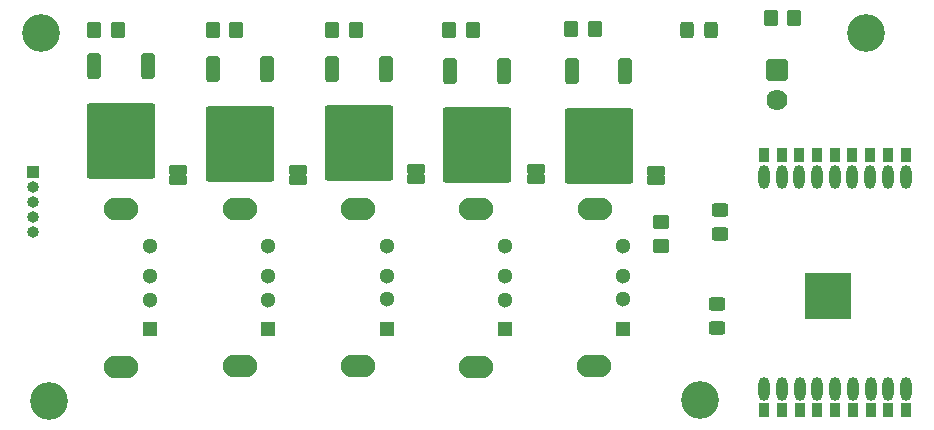
<source format=gbr>
%TF.GenerationSoftware,KiCad,Pcbnew,8.0.4*%
%TF.CreationDate,2025-06-08T15:43:54+10:00*%
%TF.ProjectId,USBPowerBlock,55534250-6f77-4657-9242-6c6f636b2e6b,rev?*%
%TF.SameCoordinates,Original*%
%TF.FileFunction,Soldermask,Top*%
%TF.FilePolarity,Negative*%
%FSLAX46Y46*%
G04 Gerber Fmt 4.6, Leading zero omitted, Abs format (unit mm)*
G04 Created by KiCad (PCBNEW 8.0.4) date 2025-06-08 15:43:54*
%MOMM*%
%LPD*%
G01*
G04 APERTURE LIST*
G04 Aperture macros list*
%AMRoundRect*
0 Rectangle with rounded corners*
0 $1 Rounding radius*
0 $2 $3 $4 $5 $6 $7 $8 $9 X,Y pos of 4 corners*
0 Add a 4 corners polygon primitive as box body*
4,1,4,$2,$3,$4,$5,$6,$7,$8,$9,$2,$3,0*
0 Add four circle primitives for the rounded corners*
1,1,$1+$1,$2,$3*
1,1,$1+$1,$4,$5*
1,1,$1+$1,$6,$7*
1,1,$1+$1,$8,$9*
0 Add four rect primitives between the rounded corners*
20,1,$1+$1,$2,$3,$4,$5,0*
20,1,$1+$1,$4,$5,$6,$7,0*
20,1,$1+$1,$6,$7,$8,$9,0*
20,1,$1+$1,$8,$9,$2,$3,0*%
G04 Aperture macros list end*
%ADD10C,3.200000*%
%ADD11RoundRect,0.101600X-0.635000X0.317500X-0.635000X-0.317500X0.635000X-0.317500X0.635000X0.317500X0*%
%ADD12RoundRect,0.250000X-0.350000X-0.450000X0.350000X-0.450000X0.350000X0.450000X-0.350000X0.450000X0*%
%ADD13RoundRect,0.250000X0.450000X-0.350000X0.450000X0.350000X-0.450000X0.350000X-0.450000X-0.350000X0*%
%ADD14RoundRect,0.102000X0.787500X-0.787500X0.787500X0.787500X-0.787500X0.787500X-0.787500X-0.787500X0*%
%ADD15C,1.779000*%
%ADD16RoundRect,0.250000X-0.325000X-0.450000X0.325000X-0.450000X0.325000X0.450000X-0.325000X0.450000X0*%
%ADD17RoundRect,0.250000X-0.350000X0.850000X-0.350000X-0.850000X0.350000X-0.850000X0.350000X0.850000X0*%
%ADD18RoundRect,0.249997X-2.650003X2.950003X-2.650003X-2.950003X2.650003X-2.950003X2.650003X2.950003X0*%
%ADD19R,1.300000X1.300000*%
%ADD20C,1.300000*%
%ADD21O,2.900000X1.900000*%
%ADD22R,1.000000X1.000000*%
%ADD23O,1.000000X1.000000*%
%ADD24RoundRect,0.250000X0.450000X-0.325000X0.450000X0.325000X-0.450000X0.325000X-0.450000X-0.325000X0*%
%ADD25RoundRect,0.250000X0.350000X0.450000X-0.350000X0.450000X-0.350000X-0.450000X0.350000X-0.450000X0*%
%ADD26R,0.900000X1.300000*%
%ADD27O,0.950000X2.000000*%
%ADD28R,4.000000X4.000000*%
%ADD29RoundRect,0.250000X-0.450000X0.325000X-0.450000X-0.325000X0.450000X-0.325000X0.450000X0.325000X0*%
G04 APERTURE END LIST*
D10*
%TO.C,H3*%
X103890000Y-97480000D03*
%TD*%
D11*
%TO.C,JP1*%
X114790000Y-77953600D03*
X114790000Y-78766400D03*
%TD*%
D10*
%TO.C,H1*%
X173020000Y-66330000D03*
%TD*%
D12*
%TO.C,R5*%
X117720000Y-66100000D03*
X119720000Y-66100000D03*
%TD*%
D13*
%TO.C,R14*%
X155680000Y-84380000D03*
X155680000Y-82380000D03*
%TD*%
D14*
%TO.C,J7*%
X165510000Y-69510000D03*
D15*
X165510000Y-72010000D03*
%TD*%
D16*
%TO.C,D1*%
X157835000Y-66040000D03*
X159885000Y-66040000D03*
%TD*%
D11*
%TO.C,JP3*%
X134950000Y-77877200D03*
X134950000Y-78690000D03*
%TD*%
D17*
%TO.C,Q2*%
X122290000Y-69410000D03*
D18*
X120010000Y-75710000D03*
D17*
X117730000Y-69410000D03*
%TD*%
D12*
%TO.C,R7*%
X127840000Y-66100000D03*
X129840000Y-66100000D03*
%TD*%
D11*
%TO.C,JP5*%
X155240000Y-77983600D03*
X155240000Y-78796400D03*
%TD*%
D19*
%TO.C,J3*%
X132450000Y-91380000D03*
D20*
X132450000Y-88880000D03*
X132450000Y-86880000D03*
X132450000Y-84380000D03*
D21*
X130020000Y-94550000D03*
X130030000Y-81210000D03*
%TD*%
D17*
%TO.C,Q4*%
X142360000Y-69560000D03*
D18*
X140080000Y-75860000D03*
D17*
X137800000Y-69560000D03*
%TD*%
D12*
%TO.C,R11*%
X148060000Y-66030000D03*
X150060000Y-66030000D03*
%TD*%
%TO.C,R1*%
X107690000Y-66060000D03*
X109690000Y-66060000D03*
%TD*%
D19*
%TO.C,J5*%
X152470000Y-91380000D03*
D20*
X152470000Y-88880000D03*
X152470000Y-86880000D03*
X152470000Y-84380000D03*
D21*
X150040000Y-94550000D03*
X150050000Y-81210000D03*
%TD*%
D22*
%TO.C,J6*%
X102500000Y-78130000D03*
D23*
X102500000Y-79400000D03*
X102500000Y-80670000D03*
X102500000Y-81940000D03*
X102500000Y-83210000D03*
%TD*%
D11*
%TO.C,JP2*%
X124910000Y-77943600D03*
X124910000Y-78756400D03*
%TD*%
D17*
%TO.C,Q5*%
X152660000Y-69580000D03*
D18*
X150380000Y-75880000D03*
D17*
X148100000Y-69580000D03*
%TD*%
D10*
%TO.C,H4*%
X103190000Y-66340000D03*
%TD*%
D11*
%TO.C,JP4*%
X145080000Y-77877200D03*
X145080000Y-78690000D03*
%TD*%
D12*
%TO.C,R9*%
X137750000Y-66050000D03*
X139750000Y-66050000D03*
%TD*%
D24*
%TO.C,D2*%
X160640000Y-83342500D03*
X160640000Y-81292500D03*
%TD*%
D25*
%TO.C,R13*%
X166960000Y-65070000D03*
X164960000Y-65070000D03*
%TD*%
D26*
%TO.C,U1*%
X176380000Y-76690000D03*
D27*
X176380000Y-78540000D03*
D26*
X174880000Y-76690000D03*
D27*
X174880000Y-78540000D03*
D26*
X173380000Y-76690000D03*
D27*
X173380000Y-78540000D03*
D26*
X171880000Y-76690000D03*
D27*
X171880000Y-78540000D03*
D26*
X170380000Y-76690000D03*
D27*
X170380000Y-78540000D03*
D26*
X168880000Y-76690000D03*
D27*
X168880000Y-78540000D03*
D26*
X167380000Y-76690000D03*
D27*
X167380000Y-78540000D03*
D26*
X165880000Y-76690000D03*
D27*
X165880000Y-78540000D03*
D26*
X164380000Y-76690000D03*
D27*
X164380000Y-78540000D03*
X164420000Y-96440000D03*
D26*
X164420000Y-98290000D03*
D27*
X165920000Y-96440000D03*
D26*
X165920000Y-98290000D03*
D27*
X167420000Y-96440000D03*
D26*
X167420000Y-98290000D03*
D27*
X168920000Y-96440000D03*
D26*
X168920000Y-98290000D03*
D27*
X170420000Y-96440000D03*
D26*
X170420000Y-98290000D03*
D27*
X171920000Y-96440000D03*
D26*
X171920000Y-98290000D03*
D27*
X173420000Y-96440000D03*
D26*
X173420000Y-98290000D03*
D27*
X174920000Y-96440000D03*
D26*
X174920000Y-98290000D03*
D27*
X176420000Y-96440000D03*
D26*
X176420000Y-98290000D03*
D28*
X169800000Y-88620000D03*
%TD*%
D19*
%TO.C,J1*%
X112410000Y-91410000D03*
D20*
X112410000Y-88910000D03*
X112410000Y-86910000D03*
X112410000Y-84410000D03*
D21*
X109980000Y-94580000D03*
X109990000Y-81240000D03*
%TD*%
D17*
%TO.C,Q1*%
X112245000Y-69145000D03*
D18*
X109965000Y-75445000D03*
D17*
X107685000Y-69145000D03*
%TD*%
D10*
%TO.C,H2*%
X159010000Y-97440000D03*
%TD*%
D17*
%TO.C,Q3*%
X132380000Y-69360000D03*
D18*
X130100000Y-75660000D03*
D17*
X127820000Y-69360000D03*
%TD*%
D29*
%TO.C,D3*%
X160390000Y-89285000D03*
X160390000Y-91335000D03*
%TD*%
D19*
%TO.C,J2*%
X122430000Y-91400000D03*
D20*
X122430000Y-88900000D03*
X122430000Y-86900000D03*
X122430000Y-84400000D03*
D21*
X120000000Y-94570000D03*
X120010000Y-81230000D03*
%TD*%
D19*
%TO.C,J4*%
X142470000Y-91410000D03*
D20*
X142470000Y-88910000D03*
X142470000Y-86910000D03*
X142470000Y-84410000D03*
D21*
X140040000Y-94580000D03*
X140050000Y-81240000D03*
%TD*%
M02*

</source>
